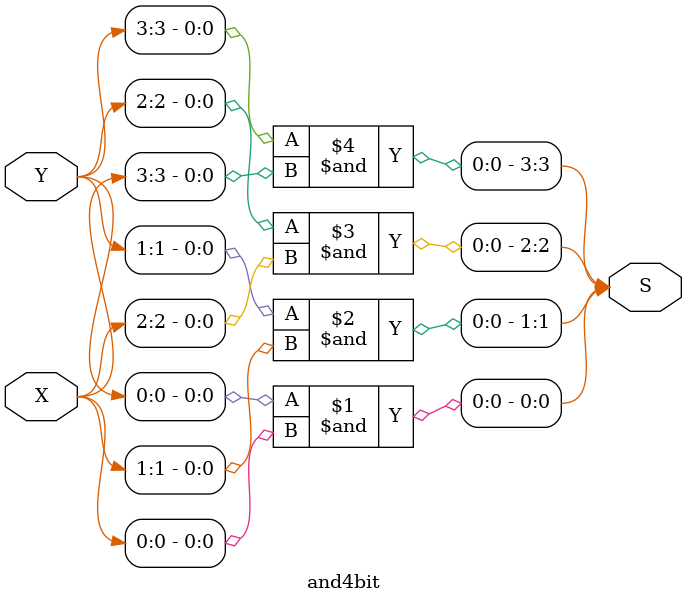
<source format=sv>
module and4bit(X,Y,S);
  input logic [3:0] X;
  input logic [3:0] Y;

  output logic [3:0] S; 

  and(S[0],Y[0],X[0]);
  and(S[1],Y[1],X[1]);
  and(S[2],Y[2],X[2]);
  and(S[3],Y[3],X[3]);

endmodule
</source>
